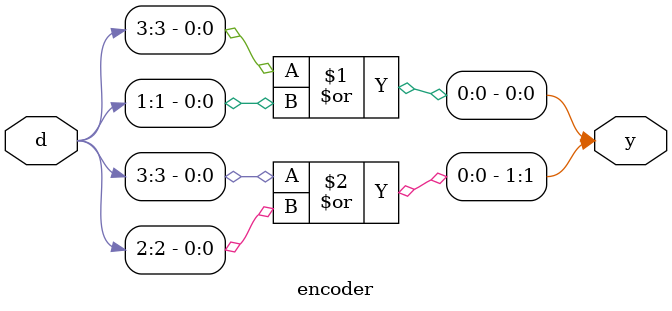
<source format=v>
module encoder(input[3:0]d,
               output[1:0]y);
or o1(y[0],d[3],d[1]);
or o2(y[1],d[3],d[2]);  
endmodule            
</source>
